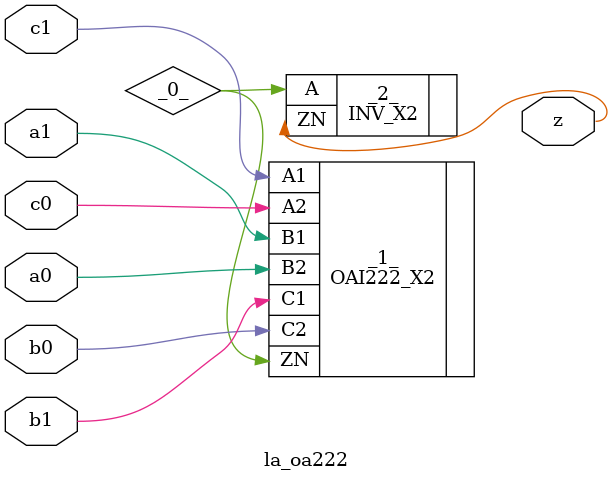
<source format=v>

/* Generated by Yosys 0.44 (git sha1 80ba43d26, g++ 11.4.0-1ubuntu1~22.04 -fPIC -O3) */

(* top =  1  *)
(* src = "generated" *)
module la_oa222 (
    a0,
    a1,
    b0,
    b1,
    c0,
    c1,
    z
);
  wire _0_;
  (* src = "generated" *)
  input a0;
  wire a0;
  (* src = "generated" *)
  input a1;
  wire a1;
  (* src = "generated" *)
  input b0;
  wire b0;
  (* src = "generated" *)
  input b1;
  wire b1;
  (* src = "generated" *)
  input c0;
  wire c0;
  (* src = "generated" *)
  input c1;
  wire c1;
  (* src = "generated" *)
  output z;
  wire z;
  OAI222_X2 _1_ (
      .A1(c1),
      .A2(c0),
      .B1(a1),
      .B2(a0),
      .C1(b1),
      .C2(b0),
      .ZN(_0_)
  );
  INV_X2 _2_ (
      .A (_0_),
      .ZN(z)
  );
endmodule

</source>
